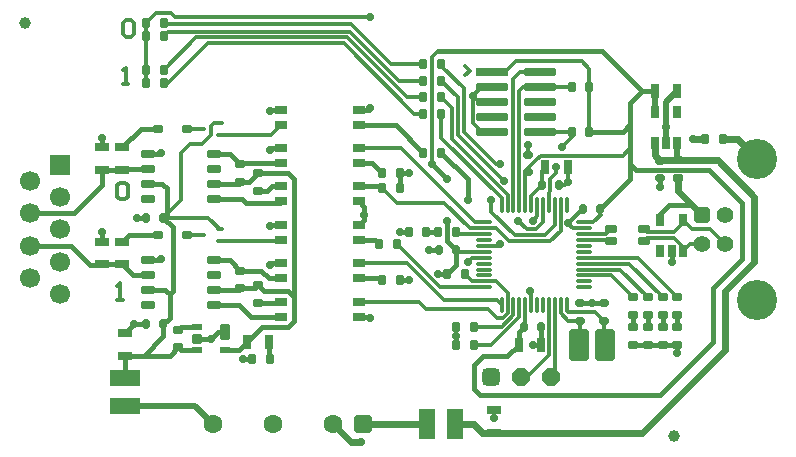
<source format=gtl>
G04*
G04 #@! TF.GenerationSoftware,Altium Limited,Altium Designer,22.3.1 (43)*
G04*
G04 Layer_Physical_Order=1*
G04 Layer_Color=255*
%FSLAX25Y25*%
%MOIN*%
G70*
G04*
G04 #@! TF.SameCoordinates,38A5807E-C0B9-4130-B18F-62B70C513CF8*
G04*
G04*
G04 #@! TF.FilePolarity,Positive*
G04*
G01*
G75*
G04:AMPARAMS|DCode=10|XSize=31.5mil|YSize=25.59mil|CornerRadius=6.4mil|HoleSize=0mil|Usage=FLASHONLY|Rotation=180.000|XOffset=0mil|YOffset=0mil|HoleType=Round|Shape=RoundedRectangle|*
%AMROUNDEDRECTD10*
21,1,0.03150,0.01280,0,0,180.0*
21,1,0.01870,0.02559,0,0,180.0*
1,1,0.01280,-0.00935,0.00640*
1,1,0.01280,0.00935,0.00640*
1,1,0.01280,0.00935,-0.00640*
1,1,0.01280,-0.00935,-0.00640*
%
%ADD10ROUNDEDRECTD10*%
G04:AMPARAMS|DCode=11|XSize=11.81mil|YSize=51.18mil|CornerRadius=1.77mil|HoleSize=0mil|Usage=FLASHONLY|Rotation=90.000|XOffset=0mil|YOffset=0mil|HoleType=Round|Shape=RoundedRectangle|*
%AMROUNDEDRECTD11*
21,1,0.01181,0.04764,0,0,90.0*
21,1,0.00827,0.05118,0,0,90.0*
1,1,0.00354,0.02382,0.00413*
1,1,0.00354,0.02382,-0.00413*
1,1,0.00354,-0.02382,-0.00413*
1,1,0.00354,-0.02382,0.00413*
%
%ADD11ROUNDEDRECTD11*%
G04:AMPARAMS|DCode=12|XSize=11.81mil|YSize=51.18mil|CornerRadius=1.77mil|HoleSize=0mil|Usage=FLASHONLY|Rotation=0.000|XOffset=0mil|YOffset=0mil|HoleType=Round|Shape=RoundedRectangle|*
%AMROUNDEDRECTD12*
21,1,0.01181,0.04764,0,0,0.0*
21,1,0.00827,0.05118,0,0,0.0*
1,1,0.00354,0.00413,-0.02382*
1,1,0.00354,-0.00413,-0.02382*
1,1,0.00354,-0.00413,0.02382*
1,1,0.00354,0.00413,0.02382*
%
%ADD12ROUNDEDRECTD12*%
G04:AMPARAMS|DCode=13|XSize=33.47mil|YSize=23.62mil|CornerRadius=2.36mil|HoleSize=0mil|Usage=FLASHONLY|Rotation=0.000|XOffset=0mil|YOffset=0mil|HoleType=Round|Shape=RoundedRectangle|*
%AMROUNDEDRECTD13*
21,1,0.03347,0.01890,0,0,0.0*
21,1,0.02874,0.02362,0,0,0.0*
1,1,0.00472,0.01437,-0.00945*
1,1,0.00472,-0.01437,-0.00945*
1,1,0.00472,-0.01437,0.00945*
1,1,0.00472,0.01437,0.00945*
%
%ADD13ROUNDEDRECTD13*%
G04:AMPARAMS|DCode=14|XSize=27.56mil|YSize=43.31mil|CornerRadius=4.13mil|HoleSize=0mil|Usage=FLASHONLY|Rotation=270.000|XOffset=0mil|YOffset=0mil|HoleType=Round|Shape=RoundedRectangle|*
%AMROUNDEDRECTD14*
21,1,0.02756,0.03504,0,0,270.0*
21,1,0.01929,0.04331,0,0,270.0*
1,1,0.00827,-0.01752,-0.00965*
1,1,0.00827,-0.01752,0.00965*
1,1,0.00827,0.01752,0.00965*
1,1,0.00827,0.01752,-0.00965*
%
%ADD14ROUNDEDRECTD14*%
G04:AMPARAMS|DCode=15|XSize=33.47mil|YSize=23.62mil|CornerRadius=2.36mil|HoleSize=0mil|Usage=FLASHONLY|Rotation=270.000|XOffset=0mil|YOffset=0mil|HoleType=Round|Shape=RoundedRectangle|*
%AMROUNDEDRECTD15*
21,1,0.03347,0.01890,0,0,270.0*
21,1,0.02874,0.02362,0,0,270.0*
1,1,0.00472,-0.00945,-0.01437*
1,1,0.00472,-0.00945,0.01437*
1,1,0.00472,0.00945,0.01437*
1,1,0.00472,0.00945,-0.01437*
%
%ADD15ROUNDEDRECTD15*%
G04:AMPARAMS|DCode=16|XSize=106.3mil|YSize=66.93mil|CornerRadius=6.69mil|HoleSize=0mil|Usage=FLASHONLY|Rotation=270.000|XOffset=0mil|YOffset=0mil|HoleType=Round|Shape=RoundedRectangle|*
%AMROUNDEDRECTD16*
21,1,0.10630,0.05354,0,0,270.0*
21,1,0.09291,0.06693,0,0,270.0*
1,1,0.01339,-0.02677,-0.04646*
1,1,0.01339,-0.02677,0.04646*
1,1,0.01339,0.02677,0.04646*
1,1,0.01339,0.02677,-0.04646*
%
%ADD16ROUNDEDRECTD16*%
G04:AMPARAMS|DCode=17|XSize=23.62mil|YSize=31.5mil|CornerRadius=3.54mil|HoleSize=0mil|Usage=FLASHONLY|Rotation=90.000|XOffset=0mil|YOffset=0mil|HoleType=Round|Shape=RoundedRectangle|*
%AMROUNDEDRECTD17*
21,1,0.02362,0.02441,0,0,90.0*
21,1,0.01654,0.03150,0,0,90.0*
1,1,0.00709,0.01221,0.00827*
1,1,0.00709,0.01221,-0.00827*
1,1,0.00709,-0.01221,-0.00827*
1,1,0.00709,-0.01221,0.00827*
%
%ADD17ROUNDEDRECTD17*%
G04:AMPARAMS|DCode=18|XSize=23.62mil|YSize=47.24mil|CornerRadius=3.54mil|HoleSize=0mil|Usage=FLASHONLY|Rotation=270.000|XOffset=0mil|YOffset=0mil|HoleType=Round|Shape=RoundedRectangle|*
%AMROUNDEDRECTD18*
21,1,0.02362,0.04016,0,0,270.0*
21,1,0.01654,0.04724,0,0,270.0*
1,1,0.00709,-0.02008,-0.00827*
1,1,0.00709,-0.02008,0.00827*
1,1,0.00709,0.02008,0.00827*
1,1,0.00709,0.02008,-0.00827*
%
%ADD18ROUNDEDRECTD18*%
G04:AMPARAMS|DCode=19|XSize=55.12mil|YSize=35.43mil|CornerRadius=5.32mil|HoleSize=0mil|Usage=FLASHONLY|Rotation=90.000|XOffset=0mil|YOffset=0mil|HoleType=Round|Shape=RoundedRectangle|*
%AMROUNDEDRECTD19*
21,1,0.05512,0.02480,0,0,90.0*
21,1,0.04449,0.03543,0,0,90.0*
1,1,0.01063,0.01240,0.02224*
1,1,0.01063,0.01240,-0.02224*
1,1,0.01063,-0.01240,-0.02224*
1,1,0.01063,-0.01240,0.02224*
%
%ADD19ROUNDEDRECTD19*%
G04:AMPARAMS|DCode=20|XSize=19.68mil|YSize=35.43mil|CornerRadius=2.95mil|HoleSize=0mil|Usage=FLASHONLY|Rotation=90.000|XOffset=0mil|YOffset=0mil|HoleType=Round|Shape=RoundedRectangle|*
%AMROUNDEDRECTD20*
21,1,0.01968,0.02953,0,0,90.0*
21,1,0.01378,0.03543,0,0,90.0*
1,1,0.00591,0.01476,0.00689*
1,1,0.00591,0.01476,-0.00689*
1,1,0.00591,-0.01476,-0.00689*
1,1,0.00591,-0.01476,0.00689*
%
%ADD20ROUNDEDRECTD20*%
G04:AMPARAMS|DCode=21|XSize=31.5mil|YSize=35.43mil|CornerRadius=4.72mil|HoleSize=0mil|Usage=FLASHONLY|Rotation=90.000|XOffset=0mil|YOffset=0mil|HoleType=Round|Shape=RoundedRectangle|*
%AMROUNDEDRECTD21*
21,1,0.03150,0.02598,0,0,90.0*
21,1,0.02205,0.03543,0,0,90.0*
1,1,0.00945,0.01299,0.01102*
1,1,0.00945,0.01299,-0.01102*
1,1,0.00945,-0.01299,-0.01102*
1,1,0.00945,-0.01299,0.01102*
%
%ADD21ROUNDEDRECTD21*%
G04:AMPARAMS|DCode=22|XSize=49.21mil|YSize=27.56mil|CornerRadius=2.76mil|HoleSize=0mil|Usage=FLASHONLY|Rotation=270.000|XOffset=0mil|YOffset=0mil|HoleType=Round|Shape=RoundedRectangle|*
%AMROUNDEDRECTD22*
21,1,0.04921,0.02205,0,0,270.0*
21,1,0.04370,0.02756,0,0,270.0*
1,1,0.00551,-0.01102,-0.02185*
1,1,0.00551,-0.01102,0.02185*
1,1,0.00551,0.01102,0.02185*
1,1,0.00551,0.01102,-0.02185*
%
%ADD22ROUNDEDRECTD22*%
G04:AMPARAMS|DCode=23|XSize=13.78mil|YSize=23.62mil|CornerRadius=2.07mil|HoleSize=0mil|Usage=FLASHONLY|Rotation=270.000|XOffset=0mil|YOffset=0mil|HoleType=Round|Shape=RoundedRectangle|*
%AMROUNDEDRECTD23*
21,1,0.01378,0.01949,0,0,270.0*
21,1,0.00965,0.02362,0,0,270.0*
1,1,0.00413,-0.00974,-0.00482*
1,1,0.00413,-0.00974,0.00482*
1,1,0.00413,0.00974,0.00482*
1,1,0.00413,0.00974,-0.00482*
%
%ADD23ROUNDEDRECTD23*%
G04:AMPARAMS|DCode=24|XSize=49.21mil|YSize=27.56mil|CornerRadius=2.76mil|HoleSize=0mil|Usage=FLASHONLY|Rotation=0.000|XOffset=0mil|YOffset=0mil|HoleType=Round|Shape=RoundedRectangle|*
%AMROUNDEDRECTD24*
21,1,0.04921,0.02205,0,0,0.0*
21,1,0.04370,0.02756,0,0,0.0*
1,1,0.00551,0.02185,-0.01102*
1,1,0.00551,-0.02185,-0.01102*
1,1,0.00551,-0.02185,0.01102*
1,1,0.00551,0.02185,0.01102*
%
%ADD24ROUNDEDRECTD24*%
G04:AMPARAMS|DCode=25|XSize=31.5mil|YSize=25.59mil|CornerRadius=6.4mil|HoleSize=0mil|Usage=FLASHONLY|Rotation=270.000|XOffset=0mil|YOffset=0mil|HoleType=Round|Shape=RoundedRectangle|*
%AMROUNDEDRECTD25*
21,1,0.03150,0.01280,0,0,270.0*
21,1,0.01870,0.02559,0,0,270.0*
1,1,0.01280,-0.00640,-0.00935*
1,1,0.01280,-0.00640,0.00935*
1,1,0.01280,0.00640,0.00935*
1,1,0.01280,0.00640,-0.00935*
%
%ADD25ROUNDEDRECTD25*%
%ADD26R,0.00787X0.00787*%
%ADD27C,0.03937*%
G04:AMPARAMS|DCode=28|XSize=23.62mil|YSize=43.31mil|CornerRadius=2.36mil|HoleSize=0mil|Usage=FLASHONLY|Rotation=180.000|XOffset=0mil|YOffset=0mil|HoleType=Round|Shape=RoundedRectangle|*
%AMROUNDEDRECTD28*
21,1,0.02362,0.03858,0,0,180.0*
21,1,0.01890,0.04331,0,0,180.0*
1,1,0.00472,-0.00945,0.01929*
1,1,0.00472,0.00945,0.01929*
1,1,0.00472,0.00945,-0.01929*
1,1,0.00472,-0.00945,-0.01929*
%
%ADD28ROUNDEDRECTD28*%
G04:AMPARAMS|DCode=29|XSize=43.31mil|YSize=23.62mil|CornerRadius=3.54mil|HoleSize=0mil|Usage=FLASHONLY|Rotation=180.000|XOffset=0mil|YOffset=0mil|HoleType=Round|Shape=RoundedRectangle|*
%AMROUNDEDRECTD29*
21,1,0.04331,0.01654,0,0,180.0*
21,1,0.03622,0.02362,0,0,180.0*
1,1,0.00709,-0.01811,0.00827*
1,1,0.00709,0.01811,0.00827*
1,1,0.00709,0.01811,-0.00827*
1,1,0.00709,-0.01811,-0.00827*
%
%ADD29ROUNDEDRECTD29*%
G04:AMPARAMS|DCode=30|XSize=55.12mil|YSize=102.36mil|CornerRadius=8.27mil|HoleSize=0mil|Usage=FLASHONLY|Rotation=180.000|XOffset=0mil|YOffset=0mil|HoleType=Round|Shape=RoundedRectangle|*
%AMROUNDEDRECTD30*
21,1,0.05512,0.08583,0,0,180.0*
21,1,0.03858,0.10236,0,0,180.0*
1,1,0.01654,-0.01929,0.04291*
1,1,0.01654,0.01929,0.04291*
1,1,0.01654,0.01929,-0.04291*
1,1,0.01654,-0.01929,-0.04291*
%
%ADD30ROUNDEDRECTD30*%
G04:AMPARAMS|DCode=31|XSize=55.12mil|YSize=102.36mil|CornerRadius=8.27mil|HoleSize=0mil|Usage=FLASHONLY|Rotation=90.000|XOffset=0mil|YOffset=0mil|HoleType=Round|Shape=RoundedRectangle|*
%AMROUNDEDRECTD31*
21,1,0.05512,0.08583,0,0,90.0*
21,1,0.03858,0.10236,0,0,90.0*
1,1,0.01654,0.04291,0.01929*
1,1,0.01654,0.04291,-0.01929*
1,1,0.01654,-0.04291,-0.01929*
1,1,0.01654,-0.04291,0.01929*
%
%ADD31ROUNDEDRECTD31*%
%ADD32R,0.10630X0.02756*%
G04:AMPARAMS|DCode=33|XSize=27.56mil|YSize=106.3mil|CornerRadius=4.13mil|HoleSize=0mil|Usage=FLASHONLY|Rotation=270.000|XOffset=0mil|YOffset=0mil|HoleType=Round|Shape=RoundedRectangle|*
%AMROUNDEDRECTD33*
21,1,0.02756,0.09803,0,0,270.0*
21,1,0.01929,0.10630,0,0,270.0*
1,1,0.00827,-0.04902,-0.00965*
1,1,0.00827,-0.04902,0.00965*
1,1,0.00827,0.04902,0.00965*
1,1,0.00827,0.04902,-0.00965*
%
%ADD33ROUNDEDRECTD33*%
%ADD34C,0.01181*%
%ADD72C,0.01575*%
%ADD73C,0.02362*%
%ADD74C,0.01968*%
%ADD75C,0.06299*%
G04:AMPARAMS|DCode=76|XSize=62.99mil|YSize=62.99mil|CornerRadius=15.75mil|HoleSize=0mil|Usage=FLASHONLY|Rotation=0.000|XOffset=0mil|YOffset=0mil|HoleType=Round|Shape=RoundedRectangle|*
%AMROUNDEDRECTD76*
21,1,0.06299,0.03150,0,0,0.0*
21,1,0.03150,0.06299,0,0,0.0*
1,1,0.03150,0.01575,-0.01575*
1,1,0.03150,-0.01575,-0.01575*
1,1,0.03150,-0.01575,0.01575*
1,1,0.03150,0.01575,0.01575*
%
%ADD76ROUNDEDRECTD76*%
%ADD77P,0.06392X8X22.5*%
G04:AMPARAMS|DCode=78|XSize=59.06mil|YSize=59.06mil|CornerRadius=14.76mil|HoleSize=0mil|Usage=FLASHONLY|Rotation=0.000|XOffset=0mil|YOffset=0mil|HoleType=Round|Shape=RoundedRectangle|*
%AMROUNDEDRECTD78*
21,1,0.05906,0.02953,0,0,0.0*
21,1,0.02953,0.05906,0,0,0.0*
1,1,0.02953,0.01476,-0.01476*
1,1,0.02953,-0.01476,-0.01476*
1,1,0.02953,-0.01476,0.01476*
1,1,0.02953,0.01476,0.01476*
%
%ADD78ROUNDEDRECTD78*%
%ADD79C,0.06693*%
%ADD80R,0.06693X0.06693*%
%ADD81C,0.13386*%
%ADD82C,0.05512*%
G04:AMPARAMS|DCode=83|XSize=55.12mil|YSize=55.12mil|CornerRadius=13.78mil|HoleSize=0mil|Usage=FLASHONLY|Rotation=90.000|XOffset=0mil|YOffset=0mil|HoleType=Round|Shape=RoundedRectangle|*
%AMROUNDEDRECTD83*
21,1,0.05512,0.02756,0,0,90.0*
21,1,0.02756,0.05512,0,0,90.0*
1,1,0.02756,0.01378,0.01378*
1,1,0.02756,0.01378,-0.01378*
1,1,0.02756,-0.01378,-0.01378*
1,1,0.02756,-0.01378,0.01378*
%
%ADD83ROUNDEDRECTD83*%
%ADD84C,0.02756*%
D10*
X208661Y46358D02*
D03*
Y52067D02*
D03*
X200787Y46358D02*
D03*
Y52067D02*
D03*
X183496Y95957D02*
D03*
Y101665D02*
D03*
X227496Y93957D02*
D03*
Y99665D02*
D03*
D11*
X168764Y79138D02*
D03*
Y77169D02*
D03*
Y75201D02*
D03*
Y73232D02*
D03*
Y71264D02*
D03*
Y69295D02*
D03*
Y67327D02*
D03*
Y65358D02*
D03*
Y63390D02*
D03*
Y61421D02*
D03*
Y59453D02*
D03*
Y57484D02*
D03*
X202228D02*
D03*
Y59453D02*
D03*
Y61421D02*
D03*
Y63390D02*
D03*
Y65358D02*
D03*
Y67327D02*
D03*
Y69295D02*
D03*
Y71264D02*
D03*
Y73232D02*
D03*
Y75201D02*
D03*
Y77169D02*
D03*
Y79138D02*
D03*
D12*
X174669Y51579D02*
D03*
X176638D02*
D03*
X178606D02*
D03*
X180575D02*
D03*
X182543D02*
D03*
X184512D02*
D03*
X186480D02*
D03*
X188449D02*
D03*
X190417D02*
D03*
X192386D02*
D03*
X194354D02*
D03*
X196323D02*
D03*
Y85043D02*
D03*
X194354D02*
D03*
X192386D02*
D03*
X190417D02*
D03*
X188449D02*
D03*
X186480D02*
D03*
X184512D02*
D03*
X182543D02*
D03*
X180575D02*
D03*
X178606D02*
D03*
X176638D02*
D03*
X174669D02*
D03*
D13*
X87598Y62992D02*
D03*
Y57087D02*
D03*
X93504Y52165D02*
D03*
Y58071D02*
D03*
Y95473D02*
D03*
Y89567D02*
D03*
X66929Y43307D02*
D03*
Y37402D02*
D03*
X87598Y92520D02*
D03*
Y98425D02*
D03*
X218504Y44291D02*
D03*
Y38386D02*
D03*
X223425D02*
D03*
Y44291D02*
D03*
X228346D02*
D03*
Y38386D02*
D03*
X233268D02*
D03*
Y44291D02*
D03*
Y54134D02*
D03*
Y48228D02*
D03*
X228346Y54134D02*
D03*
Y48228D02*
D03*
X223425Y54134D02*
D03*
Y48228D02*
D03*
X218504Y54134D02*
D03*
Y48228D02*
D03*
X233496Y99764D02*
D03*
Y93858D02*
D03*
D14*
X127165Y60492D02*
D03*
Y65492D02*
D03*
X101181Y60492D02*
D03*
Y65492D02*
D03*
Y52697D02*
D03*
Y47697D02*
D03*
X127165Y52697D02*
D03*
Y47697D02*
D03*
Y73287D02*
D03*
Y78287D02*
D03*
X101181Y73287D02*
D03*
Y78287D02*
D03*
X127165Y98878D02*
D03*
Y103878D02*
D03*
X101181Y98878D02*
D03*
Y103878D02*
D03*
Y116673D02*
D03*
Y111673D02*
D03*
X127165Y116673D02*
D03*
Y111673D02*
D03*
Y86083D02*
D03*
Y91083D02*
D03*
X101181Y86083D02*
D03*
Y91083D02*
D03*
D15*
X140748Y60039D02*
D03*
X134843D02*
D03*
X162402Y62008D02*
D03*
X156496D02*
D03*
X140748Y95472D02*
D03*
X134843D02*
D03*
X140748Y90551D02*
D03*
X134843D02*
D03*
X242543Y106811D02*
D03*
X248449D02*
D03*
X203949Y109311D02*
D03*
X198043D02*
D03*
X203949Y124311D02*
D03*
X198043D02*
D03*
X97441Y33465D02*
D03*
X91535D02*
D03*
X139764Y71850D02*
D03*
X133858D02*
D03*
X154528Y102362D02*
D03*
X148622D02*
D03*
X143701Y75787D02*
D03*
X149606D02*
D03*
X154449Y131811D02*
D03*
X148543D02*
D03*
Y126311D02*
D03*
X154449D02*
D03*
Y120811D02*
D03*
X148543D02*
D03*
Y115311D02*
D03*
X154449D02*
D03*
X159449Y38386D02*
D03*
X165354D02*
D03*
Y44291D02*
D03*
X159449D02*
D03*
X62008Y125591D02*
D03*
X56102D02*
D03*
X62008Y129921D02*
D03*
X56102D02*
D03*
X62008Y141339D02*
D03*
X56102D02*
D03*
X62008Y145669D02*
D03*
X56102D02*
D03*
X159449Y75787D02*
D03*
X153543D02*
D03*
D16*
X200394Y38386D02*
D03*
X209055D02*
D03*
D17*
X69685Y74803D02*
D03*
X60236D02*
D03*
X69685Y110236D02*
D03*
X60236D02*
D03*
D18*
X78937Y86988D02*
D03*
Y91988D02*
D03*
Y96988D02*
D03*
Y101988D02*
D03*
X56890Y86988D02*
D03*
Y91988D02*
D03*
Y96988D02*
D03*
Y101988D02*
D03*
X56890Y66555D02*
D03*
Y61555D02*
D03*
Y56555D02*
D03*
Y51555D02*
D03*
X78937Y66555D02*
D03*
Y61555D02*
D03*
Y56555D02*
D03*
Y51555D02*
D03*
D19*
X82480Y42717D02*
D03*
D20*
Y36614D02*
D03*
X73032D02*
D03*
Y44094D02*
D03*
D21*
Y40354D02*
D03*
D22*
X89764Y39370D02*
D03*
X97244D02*
D03*
X189173Y97441D02*
D03*
X196653D02*
D03*
X180315Y38386D02*
D03*
X187795D02*
D03*
X233236Y122811D02*
D03*
X225756D02*
D03*
D23*
X74803Y110236D02*
D03*
X80709Y112205D02*
D03*
Y108268D02*
D03*
X74803Y74803D02*
D03*
X80709Y76772D02*
D03*
Y72835D02*
D03*
D24*
X41339Y104134D02*
D03*
Y96653D02*
D03*
X49213Y34646D02*
D03*
Y42126D02*
D03*
X172244Y16535D02*
D03*
Y9055D02*
D03*
X41339Y65158D02*
D03*
Y72638D02*
D03*
X48228Y104134D02*
D03*
Y96653D02*
D03*
Y72638D02*
D03*
Y65158D02*
D03*
D25*
X187894Y44291D02*
D03*
X182185D02*
D03*
X193799Y91535D02*
D03*
X188091D02*
D03*
X153642Y69882D02*
D03*
X159350D02*
D03*
X56201Y80709D02*
D03*
X61909D02*
D03*
X56201Y45276D02*
D03*
X61910D02*
D03*
X207579Y83661D02*
D03*
X201870D02*
D03*
D26*
X15748Y145669D02*
D03*
X232283Y7874D02*
D03*
D27*
X15748Y145669D02*
D03*
X232283Y7874D02*
D03*
D28*
X227559Y79921D02*
D03*
X235039D02*
D03*
Y69685D02*
D03*
X231299D02*
D03*
X227559D02*
D03*
X225756Y105693D02*
D03*
X229496D02*
D03*
X233236D02*
D03*
Y115929D02*
D03*
X225756D02*
D03*
D29*
X211024Y76772D02*
D03*
X222047D02*
D03*
Y72835D02*
D03*
X211024D02*
D03*
D30*
X159252Y11811D02*
D03*
X149803D02*
D03*
D31*
X49213Y17913D02*
D03*
Y27362D02*
D03*
D32*
X171622Y129271D02*
D03*
D33*
X187370D02*
D03*
X171622Y124271D02*
D03*
X187370D02*
D03*
X171622Y119271D02*
D03*
Y114271D02*
D03*
Y109271D02*
D03*
X187370Y119271D02*
D03*
Y114271D02*
D03*
Y109271D02*
D03*
D34*
X183496Y95957D02*
Y97125D01*
X186605Y100233D01*
X165354Y38386D02*
X171260D01*
X165354Y44291D02*
X174630D01*
X220075Y67327D02*
X233268Y54134D01*
X202228Y67327D02*
X220075D01*
X217122Y65358D02*
X228346Y54134D01*
X202228Y65358D02*
X217122D01*
X214169Y63390D02*
X223425Y54134D01*
X202228Y63390D02*
X214169D01*
X211216Y61421D02*
X218504Y54134D01*
X202228Y61421D02*
X211216D01*
X196850Y49213D02*
X205807D01*
X208661Y46358D01*
Y38780D02*
Y46358D01*
Y38780D02*
X209055Y38386D01*
X196323Y49740D02*
X196850Y49213D01*
X196323Y49740D02*
Y51579D01*
X200787Y38780D02*
Y46358D01*
X200394Y38386D02*
X200787Y38780D01*
X196752Y46358D02*
X200787D01*
X194354Y48756D02*
X196752Y46358D01*
X194354Y48756D02*
Y51579D01*
X155512Y85630D02*
X163972Y77169D01*
X168764D01*
X139764Y85630D02*
X155512D01*
X165941Y79138D02*
X168764D01*
X141201Y103878D02*
X165941Y79138D01*
X127165Y103878D02*
X141201D01*
X62992Y81791D02*
X67913Y86713D01*
X61909Y80709D02*
X62992Y81791D01*
X67913Y86713D02*
Y102362D01*
X70866Y105315D01*
X74803D01*
X77756Y108268D01*
Y111221D01*
X78740Y112205D01*
X80709D01*
X61909Y80709D02*
X76772D01*
X80709Y76772D01*
X69685Y74803D02*
X74803D01*
X69685Y110236D02*
X74803D01*
X97776Y108268D02*
X101181Y111673D01*
X80709Y108268D02*
X97776D01*
X100728Y72835D02*
X101181Y73287D01*
X80709Y72835D02*
X100728D01*
X143169Y65492D02*
X155512Y53150D01*
X127165Y65492D02*
X143169D01*
X155512Y53150D02*
X173098D01*
X168764Y59453D02*
X172831D01*
X176638Y55646D01*
Y48818D02*
Y51579D01*
Y55646D01*
X174630Y44291D02*
X178606Y48267D01*
Y51579D01*
X171260Y38386D02*
X180575Y47701D01*
X173228Y47244D02*
X175064D01*
X180575Y47701D02*
Y51579D01*
X175064Y47244D02*
X176638Y48818D01*
X190417Y34905D02*
Y51579D01*
X181102Y27559D02*
X183071D01*
X190417Y34905D01*
X149606Y50197D02*
X170276D01*
X147106Y52697D02*
X149606Y50197D01*
X127165Y52697D02*
X147106D01*
X170276Y50197D02*
X173228Y47244D01*
X181841Y44931D02*
X182543Y45634D01*
X163386Y65945D02*
X164768Y67327D01*
X168764D01*
X159350Y69882D02*
X159937Y69295D01*
X168764D01*
X173626Y71264D02*
X174213Y71850D01*
X168764Y71264D02*
X173626D01*
X134843Y90551D02*
X139764Y85630D01*
X196881Y78735D02*
X201808Y83661D01*
X65945Y147638D02*
X130905D01*
X64567Y149016D02*
X65945Y147638D01*
X124563Y145122D02*
X137795Y131890D01*
X62555Y145122D02*
X124563D01*
X137795Y131890D02*
X148543D01*
X124016Y142717D02*
X140421Y126311D01*
X63386Y142717D02*
X124016D01*
X140421Y126311D02*
X148543D01*
X142968Y120811D02*
X148543D01*
X72835Y140748D02*
X123031D01*
X142968Y120811D01*
X76657Y138779D02*
X122047D01*
X145516Y115311D01*
X148543D01*
X162402Y62008D02*
X164957Y59453D01*
X168764D01*
X173098Y53150D02*
X174669Y51579D01*
X154130Y57484D02*
X168764D01*
X139764Y71850D02*
X154130Y57484D01*
X159449Y75787D02*
X160035Y75201D01*
X168764D01*
X134311Y91083D02*
X134843Y90551D01*
X184055Y56102D02*
X184512Y55646D01*
Y51579D02*
Y55646D01*
X191102Y27559D02*
X192386Y28842D01*
Y51579D01*
X182543Y45634D02*
Y51579D01*
X172244Y13780D02*
Y16535D01*
X172831Y77169D02*
X177165Y72835D01*
X168764Y77169D02*
X172831D01*
X157996Y106811D02*
X176638Y88169D01*
X171260Y82677D02*
Y86614D01*
Y82677D02*
X179134Y74803D01*
X188976D01*
X185039Y79724D02*
X186480Y81165D01*
X186024Y76772D02*
X188449Y79197D01*
X186480Y81165D02*
Y85043D01*
X188976Y74803D02*
X192386Y78213D01*
X180118Y79724D02*
X183071Y76772D01*
X186024D01*
X188449Y79197D02*
Y85043D01*
X159996Y108311D02*
X175492Y92815D01*
X161996Y109311D02*
X172882Y98425D01*
X174213D01*
X159996Y108311D02*
Y120811D01*
X178606Y94265D02*
Y126921D01*
X180956Y129271D01*
X174669Y85043D02*
Y87138D01*
X154496Y107311D02*
Y115311D01*
Y107311D02*
X174669Y87138D01*
X176638Y85043D02*
Y88169D01*
X157996Y106811D02*
Y117311D01*
X178606Y85043D02*
Y94265D01*
X196653Y92716D02*
X196850Y92520D01*
X196653Y92716D02*
Y97441D01*
X195866Y91535D02*
X196850Y92520D01*
X193799Y91535D02*
X195866D01*
X188091Y96358D02*
X189173Y97441D01*
X188091Y91535D02*
Y96358D01*
X184512Y87957D02*
X188091Y91535D01*
X184512Y85043D02*
Y87957D01*
X177165Y72835D02*
X190945D01*
X194354Y76244D01*
X192386Y78213D02*
Y85043D01*
X196923Y78693D02*
Y78735D01*
X194354Y76244D02*
Y85043D01*
X196923Y78693D02*
X198446Y77169D01*
X194882Y104331D02*
X198043Y107492D01*
Y109311D01*
X192913Y95473D02*
Y97441D01*
X190945Y93504D02*
X192913Y95473D01*
X190945Y89567D02*
Y93504D01*
X190417Y89039D02*
X190945Y89567D01*
X190417Y85043D02*
Y89039D01*
X201808Y83661D02*
X201870D01*
X198446Y77169D02*
X202228D01*
X180575Y85043D02*
Y122890D01*
X181956Y124271D01*
X161996Y109311D02*
Y123811D01*
X186605Y100233D02*
X187749Y101378D01*
X182543Y95004D02*
X183496Y95957D01*
X182543Y85043D02*
Y95004D01*
X207579Y81791D02*
Y83661D01*
Y81791D02*
X207677Y81693D01*
X205122Y79138D02*
X207677Y81693D01*
X202228Y79138D02*
X205122D01*
X215063Y101378D02*
X217496Y103811D01*
X187749Y101378D02*
X215063D01*
X209458Y75206D02*
X211024Y76772D01*
X208573Y75206D02*
X209458D01*
X202228Y75201D02*
X208567D01*
X208573Y75206D01*
X210626Y73232D02*
X211024Y72835D01*
X202228Y73232D02*
X210626D01*
X223024Y73811D02*
X232291D01*
X235039Y69685D02*
Y71063D01*
X232291Y73811D02*
X235039Y71063D01*
X238189Y76772D02*
X244291D01*
X235039Y79921D02*
X238189Y76772D01*
X244291D02*
X249213Y71850D01*
X231972Y75787D02*
X235039Y78854D01*
Y79921D01*
X222047Y72835D02*
X223024Y73811D01*
X222047Y76772D02*
X223031Y75787D01*
X231972D01*
X62008Y141339D02*
X63386Y142717D01*
X63468Y125591D02*
X76657Y138779D01*
X62008Y129921D02*
X72835Y140748D01*
X62008Y145669D02*
X62555Y145122D01*
X151496Y134311D02*
X151496Y98504D01*
X187370Y124271D02*
X187410Y124311D01*
X198043D01*
X187370Y109271D02*
X187410Y109311D01*
X198043D01*
X203949D02*
Y124311D01*
Y130358D01*
X183496Y101665D02*
Y104811D01*
X56102Y141339D02*
Y145669D01*
Y125591D02*
Y129921D01*
Y141339D01*
X62008Y125591D02*
X63468D01*
X59449Y149016D02*
X64567D01*
X56102Y145669D02*
X59449Y149016D01*
X154575Y131232D02*
X161996Y123811D01*
X151496Y134311D02*
X153496Y136311D01*
X154449Y126311D02*
X154496D01*
X159996Y120811D01*
X154472Y120835D02*
X157996Y117311D01*
X164996Y121311D02*
X167956Y124271D01*
X171622D01*
X164996Y121311D02*
X167036Y119271D01*
X171622D01*
X164996Y112311D02*
X168036Y109271D01*
X171622D01*
X164996Y112311D02*
Y121311D01*
X181956Y124271D02*
X187370D01*
X180956Y129271D02*
X187370D01*
X201496Y132811D02*
X203949Y130358D01*
X179496Y132811D02*
X201496D01*
X175956Y129271D02*
X179496Y132811D01*
X171622Y129271D02*
X175956D01*
X235736Y70193D02*
X237394Y71850D01*
X241339D01*
X211842Y76638D02*
X211984Y76780D01*
X48425Y125197D02*
X50262D01*
X49343D01*
Y130707D01*
X48425Y129788D01*
Y145537D02*
X49343Y146455D01*
X51180D01*
X52099Y145537D01*
Y141863D01*
X51180Y140945D01*
X49343D01*
X48425Y141863D01*
Y145537D01*
X162598Y128150D02*
X164173Y129724D01*
X162598Y131298D01*
X46457Y53347D02*
X48293D01*
X47375D01*
Y58856D01*
X46457Y57938D01*
Y91403D02*
X47375Y92321D01*
X49212D01*
X50130Y91403D01*
Y87729D01*
X49212Y86811D01*
X47375D01*
X46457Y87729D01*
Y91403D01*
D72*
X49213Y34646D02*
X55315D01*
X61910Y41240D02*
Y45276D01*
X55315Y34646D02*
X61910Y41240D01*
X200787Y52067D02*
X200886Y52165D01*
X204724D01*
X208563D02*
X208661Y52067D01*
X204724Y52165D02*
X208563D01*
X53150Y80709D02*
X56201D01*
X52165Y45079D02*
Y45276D01*
X49213Y42126D02*
X52165Y45079D01*
Y45276D02*
X56201D01*
X60650Y66555D02*
X61024Y66929D01*
X56890Y66555D02*
X60650D01*
X48228Y72638D02*
X50394Y74803D01*
X60236D01*
X41339Y72638D02*
Y75787D01*
X48228Y65158D02*
X51831Y61555D01*
X56890D01*
X41339Y65158D02*
X48228D01*
X41142Y64961D02*
X41339Y65158D01*
X37402Y64961D02*
X41142D01*
X30984Y71378D02*
X37402Y64961D01*
X17500Y71378D02*
X30984D01*
X41339Y91535D02*
Y96653D01*
X31969Y82165D02*
X41339Y91535D01*
X17500Y82165D02*
X31969D01*
X48228Y96653D02*
X48563Y96988D01*
X41339Y96653D02*
X48228D01*
X48563Y96988D02*
X56890D01*
X41339Y104134D02*
Y107283D01*
X48228Y104134D02*
X54331Y110236D01*
X60236D01*
X60650Y101988D02*
X61024Y102362D01*
X56890Y101988D02*
X60650D01*
X62992Y81791D02*
Y90551D01*
X61555Y91988D02*
X62992Y90551D01*
X56890Y91988D02*
X61555D01*
X61909Y80709D02*
X64961Y77658D01*
Y56102D02*
Y77658D01*
X63976Y55118D02*
X64961Y56102D01*
X61910Y45276D02*
X63976Y47343D01*
Y55118D01*
X62539Y56555D02*
X63976Y55118D01*
X56890Y56555D02*
X62539D01*
X51279Y34646D02*
X64173D01*
X49213D02*
X51279D01*
X64173D02*
X66929Y37402D01*
X49213Y27362D02*
Y34646D01*
X77756Y40354D02*
X80118Y42717D01*
X82480D01*
X73032Y40354D02*
X77756D01*
X66929Y43307D02*
X67716Y44094D01*
X73032D01*
X66929Y37402D02*
X67716Y36614D01*
X73032D01*
X87008D02*
X89764Y39370D01*
X82480Y36614D02*
X87008D01*
X97244Y33661D02*
X97441Y33465D01*
X97244Y33661D02*
Y39370D01*
X88583Y33465D02*
X91535D01*
X91083Y47697D02*
X101181D01*
X87224Y51555D02*
X91083Y47697D01*
X89764Y39370D02*
X94685Y44291D01*
X103347D01*
X105315Y46260D01*
X78937Y51555D02*
X87224D01*
X100650Y52165D02*
X101181Y52697D01*
X93504Y52165D02*
X100650D01*
X97441Y116142D02*
X97972Y116673D01*
X101181D01*
X97441Y103347D02*
X97972Y103878D01*
X101181D01*
X87598Y98425D02*
X88051Y98878D01*
X101181D01*
X84035Y101988D02*
X87598Y98425D01*
X78937Y101988D02*
X84035D01*
X100728Y85630D02*
X101181Y86083D01*
X89567Y85630D02*
X100728D01*
X88209Y86988D02*
X89567Y85630D01*
X78937Y86988D02*
X88209D01*
X97972Y91083D02*
X101181D01*
X96457Y89567D02*
X97972Y91083D01*
X93504Y89567D02*
X96457D01*
X97441Y77756D02*
X97972Y78287D01*
X101181D01*
X97441Y64961D02*
X97972Y65492D01*
X101181D01*
X96988Y60492D02*
X101181D01*
X94488Y62992D02*
X96988Y60492D01*
X87598Y62992D02*
X94488D01*
X84035Y66555D02*
X87598Y62992D01*
X78937Y66555D02*
X84035D01*
X105315Y54134D02*
Y93504D01*
X103347Y95473D02*
X105315Y93504D01*
X93504Y95473D02*
X103347D01*
X90551Y92520D02*
X93504Y95473D01*
X87598Y92520D02*
X90551D01*
X87067Y91988D02*
X87598Y92520D01*
X78937Y91988D02*
X87067D01*
X92520Y57087D02*
X93504Y58071D01*
X87598Y57087D02*
X92520D01*
X87067Y56555D02*
X87598Y57087D01*
X78937Y56555D02*
X87067D01*
X105315Y46260D02*
Y54134D01*
X103347Y56102D02*
X105315Y54134D01*
X95473Y56102D02*
X103347D01*
X93504Y58071D02*
X95473Y56102D01*
X153543Y62008D02*
X156496D01*
X140748Y60039D02*
X143701D01*
X159449Y38386D02*
X159449Y38386D01*
Y41339D01*
X180315Y42421D02*
X182185Y44291D01*
X176378Y34449D02*
X180315Y38386D01*
Y42421D01*
X187795Y44193D02*
X187894Y44291D01*
X187795Y38386D02*
Y44193D01*
X185039Y38386D02*
X187795D01*
X168307Y34449D02*
X176378D01*
X165354Y31496D02*
X168307Y34449D01*
X165354Y23622D02*
Y31496D01*
Y23622D02*
X167323Y21654D01*
X156496Y62008D02*
X159350Y64862D01*
Y69882D01*
X163386Y86614D02*
Y93504D01*
X154528Y102362D02*
X163386Y93504D01*
X156496Y72736D02*
Y79724D01*
Y72736D02*
X159350Y69882D01*
X139311Y111673D02*
X148622Y102362D01*
X127165Y111673D02*
X139311D01*
X150591Y69882D02*
X153642D01*
X140748Y90551D02*
Y95472D01*
X143701D01*
X219298Y96624D02*
X243928D01*
X151496Y98504D02*
X156496Y93504D01*
X130453Y116673D02*
X130905Y117126D01*
X127165Y116673D02*
X130453D01*
X128937Y80059D02*
Y81693D01*
X127165Y78287D02*
X128937Y80059D01*
Y81693D02*
Y84311D01*
X127165Y86083D02*
X128937Y84311D01*
X134390Y60492D02*
X134843Y60039D01*
X127165Y60492D02*
X134390D01*
X218504Y44291D02*
Y48228D01*
X223425Y44291D02*
Y48228D01*
X228346Y44291D02*
Y48228D01*
X233268Y44291D02*
Y48228D01*
X218504Y38386D02*
X223425D01*
X228346D01*
X233268D01*
Y35433D02*
Y38386D01*
X130453Y47697D02*
X130905Y47244D01*
X127165Y47697D02*
X130453D01*
X132421Y73287D02*
X133858Y71850D01*
X127165Y73287D02*
X132421D01*
X140748Y75787D02*
X143701D01*
X149606D02*
X153543D01*
X131437Y98878D02*
X134843Y95472D01*
X127165Y98878D02*
X131437D01*
X127165Y91083D02*
X134311D01*
X227362Y21654D02*
X245079Y39370D01*
X167323Y21654D02*
X227362Y21654D01*
X227559Y79921D02*
Y81890D01*
X230592Y84923D01*
X231299Y65945D02*
Y69685D01*
X207579Y83661D02*
X217496Y93579D01*
Y98425D01*
X219298Y96624D01*
X243928D02*
X254921Y85630D01*
X245079Y39370D02*
Y57087D01*
X254921Y66929D01*
X217496Y98425D02*
Y103811D01*
X254921Y66929D02*
Y85630D01*
X227496Y90811D02*
Y93957D01*
X203949Y109311D02*
X214996D01*
X153496Y136311D02*
X207996D01*
X225756Y122811D02*
X225953D01*
X221496D02*
X225756D01*
X217496Y103811D02*
Y111811D01*
Y118811D01*
X214996Y109311D02*
X217496Y111811D01*
X230592Y84923D02*
X238108D01*
X207996Y136311D02*
X221496Y122811D01*
X217496Y118811D02*
X221496Y122811D01*
D73*
X159252Y11811D02*
X165354D01*
X168110Y9055D01*
X172244D01*
X149803Y11811D02*
X149803Y11811D01*
X128425Y11811D02*
X149803D01*
X124331Y5906D02*
X127953D01*
X118425Y11811D02*
X124331Y5906D01*
X172244Y9055D02*
X172441Y8858D01*
X221457D01*
X249016Y36417D01*
Y56102D02*
X258858Y65945D01*
X249016Y36417D02*
Y56102D01*
X258858Y65945D02*
Y87598D01*
X246693Y99764D02*
X258858Y87598D01*
X225756Y101406D02*
Y105693D01*
Y101406D02*
X227496Y99665D01*
X233496Y99764D02*
X246693D01*
X227496Y99665D02*
X227594Y99764D01*
X233496D01*
X238108Y84923D02*
X241339Y81693D01*
X233496Y89535D02*
X238108Y84923D01*
X238496Y106811D02*
X242543D01*
X253425D02*
X259842Y100394D01*
X248449Y106811D02*
X253425D01*
X233496Y89535D02*
Y93858D01*
D74*
X72323Y17913D02*
X78425Y11811D01*
X49213Y17913D02*
X72323D01*
X225953Y116126D02*
Y122811D01*
X229496Y110811D02*
Y119268D01*
X233039Y122811D01*
X225756Y115929D02*
X225953Y116126D01*
X229496Y105693D02*
Y110811D01*
X233236Y100024D02*
X233496Y99764D01*
X233236Y100024D02*
Y105693D01*
D75*
X118425Y11811D02*
D03*
X78425D02*
D03*
X98425D02*
D03*
D76*
X128425Y11811D02*
D03*
D77*
X191102Y27559D02*
D03*
X181102D02*
D03*
D78*
X171102D02*
D03*
D79*
X17500Y60590D02*
D03*
Y71378D02*
D03*
Y82165D02*
D03*
Y92953D02*
D03*
X27500Y55197D02*
D03*
Y65984D02*
D03*
Y76772D02*
D03*
Y87559D02*
D03*
D80*
Y98347D02*
D03*
D81*
X259842Y53150D02*
D03*
Y100394D02*
D03*
D82*
X249213Y71850D02*
D03*
Y81693D02*
D03*
X241339Y71850D02*
D03*
D83*
Y81693D02*
D03*
D84*
X77756Y40354D02*
D03*
X97441Y116142D02*
D03*
X153543Y62008D02*
D03*
X143701Y60039D02*
D03*
X159449Y41339D02*
D03*
X163386Y86614D02*
D03*
X156496Y93504D02*
D03*
X163386Y65945D02*
D03*
X156496Y79724D02*
D03*
X150591Y69882D02*
D03*
X143701Y95472D02*
D03*
X151496Y98504D02*
D03*
X128937Y81693D02*
D03*
X172244Y13780D02*
D03*
X171260Y86614D02*
D03*
X185039Y79724D02*
D03*
X180118D02*
D03*
X174213Y98425D02*
D03*
X175558Y92881D02*
D03*
X196850Y92520D02*
D03*
X196923Y78735D02*
D03*
X227496Y90811D02*
D03*
X194882Y104331D02*
D03*
X192913Y97441D02*
D03*
X233268Y35433D02*
D03*
X174213Y71850D02*
D03*
X140748Y75787D02*
D03*
X130905Y47244D02*
D03*
X97441Y64961D02*
D03*
Y77756D02*
D03*
X53150Y80709D02*
D03*
X61024Y66929D02*
D03*
Y102362D02*
D03*
X41339Y107283D02*
D03*
X97441Y103347D02*
D03*
X204724Y52165D02*
D03*
X184055Y56102D02*
D03*
X52165Y45276D02*
D03*
X130905Y147638D02*
D03*
Y117126D02*
D03*
X183496Y104811D02*
D03*
X164996Y121311D02*
D03*
X127953Y5906D02*
D03*
X88583Y33465D02*
D03*
X41339Y75787D02*
D03*
X229496Y110811D02*
D03*
X238496Y106811D02*
D03*
X231299Y65945D02*
D03*
X185039Y38386D02*
D03*
M02*

</source>
